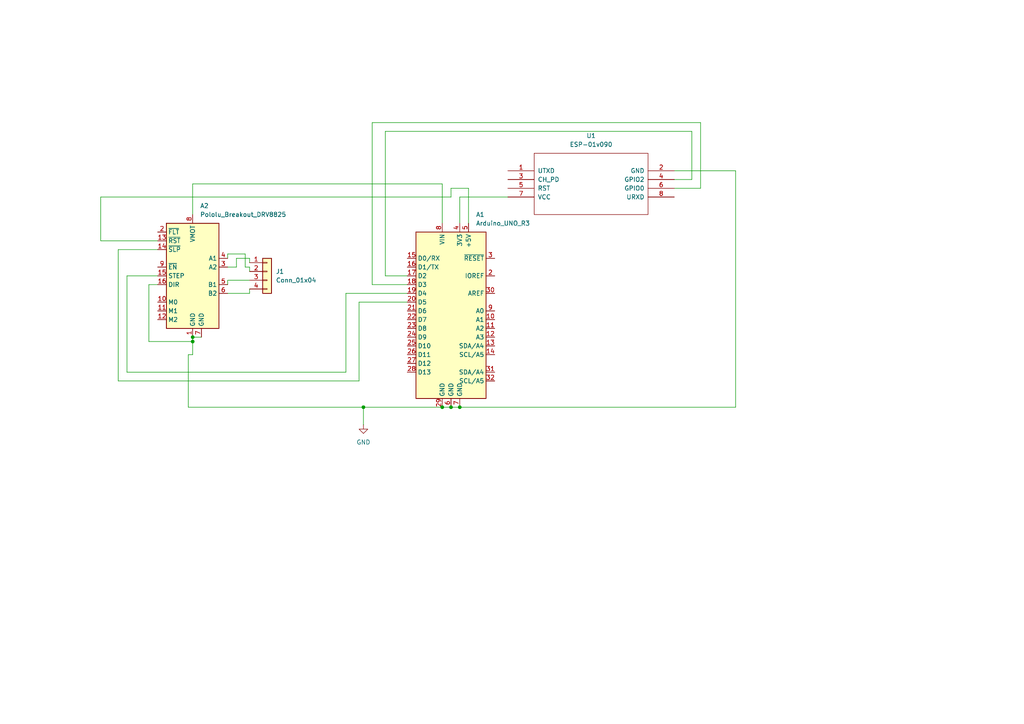
<source format=kicad_sch>
(kicad_sch (version 20250114) (generator "eeschema") (generator_version "9.0")
  (paper "A4")
  (lib_symbols
    (symbol "Connector_Generic:Conn_01x04" (pin_names (offset 1.016) (hide yes))
      (property "Reference" "J" (at 0 5.08 0))
      (property "Value" "Conn_01x04" (at 0 -7.62 0))
      (symbol "Conn_01x04_1_1"
        (rectangle (start -1.27 3.81) (end 1.27 -6.35) (stroke (width 0.254)) (fill (type background)))
        (rectangle (start -1.27 2.667) (end 0 2.413) (stroke (width 0.1524)))
        (rectangle (start -1.27 0.127) (end 0 -0.127) (stroke (width 0.1524)))
        (rectangle (start -1.27 -2.413) (end 0 -2.667) (stroke (width 0.1524)))
        (rectangle (start -1.27 -4.953) (end 0 -5.207) (stroke (width 0.1524)))
        (pin passive line (at -5.08 2.54 0) (length 3.81) (name "Pin_1") (number "1"))
        (pin passive line (at -5.08 0 0) (length 3.81) (name "Pin_2") (number "2"))
        (pin passive line (at -5.08 -2.54 0) (length 3.81) (name "Pin_3") (number "3"))
        (pin passive line (at -5.08 -5.08 0) (length 3.81) (name "Pin_4") (number "4"))
      )
    )
    (symbol "Driver_Motor:Pololu_Breakout_DRV8825"
      (property "Reference" "A" (at -2.54 16.51 0))
      (property "Value" "Pololu_Breakout_DRV8825" (at -2.54 13.97 0))
      (symbol "Pololu_Breakout_DRV8825_0_1"
        (rectangle (start 7.62 -17.78) (end -7.62 12.7) (stroke (width 0.254)) (fill (type background)))
      )
      (symbol "Pololu_Breakout_DRV8825_1_1"
        (pin output line (at -10.16 10.16 0) (length 2.54) (name "~{FLT}") (number "2"))
        (pin input line (at -10.16 7.62 0) (length 2.54) (name "~{RST}") (number "13"))
        (pin input line (at -10.16 5.08 0) (length 2.54) (name "~{SLP}") (number "14"))
        (pin input line (at -10.16 0 0) (length 2.54) (name "~{EN}") (number "9"))
        (pin input line (at -10.16 -2.54 0) (length 2.54) (name "STEP") (number "15"))
        (pin input line (at -10.16 -5.08 0) (length 2.54) (name "DIR") (number "16"))
        (pin input line (at -10.16 -10.16 0) (length 2.54) (name "M0") (number "10"))
        (pin input line (at -10.16 -12.7 0) (length 2.54) (name "M1") (number "11"))
        (pin input line (at -10.16 -15.24 0) (length 2.54) (name "M2") (number "12"))
        (pin power_in line (at 0 15.24 270) (length 2.54) (name "VMOT") (number "8"))
        (pin power_in line (at 0 -20.32 90) (length 2.54) (name "GND") (number "1"))
        (pin power_in line (at 2.54 -20.32 90) (length 2.54) (name "GND") (number "7"))
        (pin output line (at 10.16 2.54 180) (length 2.54) (name "A1") (number "4"))
        (pin output line (at 10.16 0 180) (length 2.54) (name "A2") (number "3"))
        (pin output line (at 10.16 -5.08 180) (length 2.54) (name "B1") (number "5"))
        (pin output line (at 10.16 -7.62 180) (length 2.54) (name "B2") (number "6"))
      )
    )
    (symbol "ESP8266:ESP-01v090" (pin_names (offset 1.016))
      (property "Reference" "U" (at 0 -2.54 0))
      (property "Value" "ESP-01v090" (at 0 2.54 0))
      (symbol "ESP-01v090_1_0"
        (rectangle (start -16.51 -8.89) (end 16.51 8.89))
      )
      (symbol "ESP-01v090_1_1"
        (pin output line (at -24.13 3.81 0) (length 7.62) (name "UTXD") (number "1"))
        (pin input line (at -24.13 1.27 0) (length 7.62) (name "CH_PD") (number "3"))
        (pin input line (at -24.13 -1.27 0) (length 7.62) (name "RST") (number "5"))
        (pin power_in line (at -24.13 -3.81 0) (length 7.62) (name "VCC") (number "7"))
        (pin power_in line (at 24.13 3.81 180) (length 7.62) (name "GND") (number "2"))
        (pin tri_state line (at 24.13 1.27 180) (length 7.62) (name "GPIO2") (number "4"))
        (pin tri_state line (at 24.13 -1.27 180) (length 7.62) (name "GPIO0") (number "6"))
        (pin input line (at 24.13 -3.81 180) (length 7.62) (name "URXD") (number "8"))
      )
    )
    (symbol "MCU_Module:Arduino_UNO_R3"
      (property "Reference" "A" (at -10.16 23.495 0))
      (property "Value" "Arduino_UNO_R3" (at 5.08 -26.67 0))
      (symbol "Arduino_UNO_R3_0_1"
        (rectangle (start -10.16 22.86) (end 10.16 -25.4) (stroke (width 0.254)) (fill (type background)))
      )
      (symbol "Arduino_UNO_R3_1_1"
        (pin bidirectional line (at -12.7 15.24 0) (length 2.54) (name "D0/RX") (number "15"))
        (pin bidirectional line (at -12.7 12.7 0) (length 2.54) (name "D1/TX") (number "16"))
        (pin bidirectional line (at -12.7 10.16 0) (length 2.54) (name "D2") (number "17"))
        (pin bidirectional line (at -12.7 7.62 0) (length 2.54) (name "D3") (number "18"))
        (pin bidirectional line (at -12.7 5.08 0) (length 2.54) (name "D4") (number "19"))
        (pin bidirectional line (at -12.7 2.54 0) (length 2.54) (name "D5") (number "20"))
        (pin bidirectional line (at -12.7 0 0) (length 2.54) (name "D6") (number "21"))
        (pin bidirectional line (at -12.7 -2.54 0) (length 2.54) (name "D7") (number "22"))
        (pin bidirectional line (at -12.7 -5.08 0) (length 2.54) (name "D8") (number "23"))
        (pin bidirectional line (at -12.7 -7.62 0) (length 2.54) (name "D9") (number "24"))
        (pin bidirectional line (at -12.7 -10.16 0) (length 2.54) (name "D10") (number "25"))
        (pin bidirectional line (at -12.7 -12.7 0) (length 2.54) (name "D11") (number "26"))
        (pin bidirectional line (at -12.7 -15.24 0) (length 2.54) (name "D12") (number "27"))
        (pin bidirectional line (at -12.7 -17.78 0) (length 2.54) (name "D13") (number "28"))
        (pin no_connect line (at -10.16 -20.32 0) (length 2.54) (hide yes) (name "NC") (number "1"))
        (pin power_in line (at -2.54 25.4 270) (length 2.54) (name "VIN") (number "8"))
        (pin power_in line (at -2.54 -27.94 90) (length 2.54) (name "GND") (number "29"))
        (pin power_in line (at 0 -27.94 90) (length 2.54) (name "GND") (number "6"))
        (pin power_out line (at 2.54 25.4 270) (length 2.54) (name "3V3") (number "4"))
        (pin power_in line (at 2.54 -27.94 90) (length 2.54) (name "GND") (number "7"))
        (pin power_out line (at 5.08 25.4 270) (length 2.54) (name "+5V") (number "5"))
        (pin input line (at 12.7 15.24 180) (length 2.54) (name "~{RESET}") (number "3"))
        (pin output line (at 12.7 10.16 180) (length 2.54) (name "IOREF") (number "2"))
        (pin input line (at 12.7 5.08 180) (length 2.54) (name "AREF") (number "30"))
        (pin bidirectional line (at 12.7 0 180) (length 2.54) (name "A0") (number "9"))
        (pin bidirectional line (at 12.7 -2.54 180) (length 2.54) (name "A1") (number "10"))
        (pin bidirectional line (at 12.7 -5.08 180) (length 2.54) (name "A2") (number "11"))
        (pin bidirectional line (at 12.7 -7.62 180) (length 2.54) (name "A3") (number "12"))
        (pin bidirectional line (at 12.7 -10.16 180) (length 2.54) (name "SDA/A4") (number "13"))
        (pin bidirectional line (at 12.7 -12.7 180) (length 2.54) (name "SCL/A5") (number "14"))
        (pin bidirectional line (at 12.7 -17.78 180) (length 2.54) (name "SDA/A4") (number "31"))
        (pin bidirectional line (at 12.7 -20.32 180) (length 2.54) (name "SCL/A5") (number "32"))
      )
    )
    (symbol "power:GND" (power) (pin_numbers (hide yes)) (pin_names (offset 0) (hide yes))
      (property "Value" "GND" (at 0 -3.81 0))
      (symbol "GND_0_1"
        (polyline (pts (xy 0 0) (xy 0 -1.27) (xy 1.27 -1.27) (xy 0 -2.54) (xy -1.27 -1.27) (xy 0 -1.27)))
      )
      (symbol "GND_1_1"
        (pin power_in line (at 0 0 270) (length 0) (name "~") (number "1"))
      )
    )
  )
  (junction (at 55.88 99.06))
  (junction (at 133.35 118.11))
  (junction (at 130.81 118.11))
  (junction (at 55.88 97.79))
  (junction (at 128.27 118.11))
  (junction (at 105.41 118.11))
  (wire (pts (xy 72.39 74.93) (xy 72.39 76.2)))
  (wire (pts (xy 36.83 80.01) (xy 45.72 80.01)))
  (wire (pts (xy 203.2 54.61) (xy 195.58 54.61)))
  (wire (pts (xy 203.2 35.56) (xy 203.2 54.61)))
  (wire (pts (xy 128.27 118.11) (xy 130.81 118.11)))
  (wire (pts (xy 66.04 74.93) (xy 66.04 73.66)))
  (wire (pts (xy 45.72 82.55) (xy 43.18 82.55)))
  (wire (pts (xy 68.58 77.47) (xy 68.58 74.93)))
  (wire (pts (xy 107.95 82.55) (xy 107.95 35.56)))
  (wire (pts (xy 133.35 57.15) (xy 133.35 64.77)))
  (wire (pts (xy 55.88 97.79) (xy 58.42 97.79)))
  (wire (pts (xy 100.33 85.09) (xy 100.33 107.95)))
  (wire (pts (xy 45.72 69.85) (xy 29.21 69.85)))
  (wire (pts (xy 66.04 73.66) (xy 71.12 73.66)))
  (wire (pts (xy 118.11 82.55) (xy 107.95 82.55)))
  (wire (pts (xy 111.76 38.1) (xy 200.66 38.1)))
  (wire (pts (xy 133.35 57.15) (xy 147.32 57.15)))
  (wire (pts (xy 54.61 102.87) (xy 55.88 102.87)))
  (wire (pts (xy 213.36 49.53) (xy 213.36 118.11)))
  (wire (pts (xy 195.58 49.53) (xy 213.36 49.53)))
  (wire (pts (xy 118.11 85.09) (xy 100.33 85.09)))
  (wire (pts (xy 36.83 107.95) (xy 36.83 80.01)))
  (wire (pts (xy 43.18 82.55) (xy 43.18 99.06)))
  (wire (pts (xy 29.21 57.15) (xy 130.81 57.15)))
  (wire (pts (xy 66.04 85.09) (xy 72.39 85.09)))
  (wire (pts (xy 34.29 110.49) (xy 104.14 110.49)))
  (wire (pts (xy 54.61 102.87) (xy 54.61 118.11)))
  (wire (pts (xy 130.81 118.11) (xy 133.35 118.11)))
  (wire (pts (xy 55.88 97.79) (xy 55.88 99.06)))
  (wire (pts (xy 128.27 53.34) (xy 55.88 53.34)))
  (wire (pts (xy 54.61 118.11) (xy 105.41 118.11)))
  (wire (pts (xy 45.72 72.39) (xy 34.29 72.39)))
  (wire (pts (xy 118.11 80.01) (xy 111.76 80.01)))
  (wire (pts (xy 105.41 118.11) (xy 128.27 118.11)))
  (wire (pts (xy 43.18 99.06) (xy 55.88 99.06)))
  (wire (pts (xy 130.81 54.61) (xy 135.89 54.61)))
  (wire (pts (xy 107.95 35.56) (xy 203.2 35.56)))
  (wire (pts (xy 29.21 57.15) (xy 29.21 69.85)))
  (wire (pts (xy 71.12 77.47) (xy 72.39 77.47)))
  (wire (pts (xy 55.88 53.34) (xy 55.88 62.23)))
  (wire (pts (xy 130.81 57.15) (xy 130.81 54.61)))
  (wire (pts (xy 34.29 72.39) (xy 34.29 110.49)))
  (wire (pts (xy 72.39 77.47) (xy 72.39 78.74)))
  (wire (pts (xy 72.39 83.82) (xy 72.39 85.09)))
  (wire (pts (xy 55.88 99.06) (xy 55.88 102.87)))
  (wire (pts (xy 72.39 81.28) (xy 66.04 81.28)))
  (wire (pts (xy 104.14 110.49) (xy 104.14 87.63)))
  (wire (pts (xy 105.41 118.11) (xy 105.41 123.19)))
  (wire (pts (xy 128.27 64.77) (xy 128.27 53.34)))
  (wire (pts (xy 66.04 81.28) (xy 66.04 82.55)))
  (wire (pts (xy 104.14 87.63) (xy 118.11 87.63)))
  (wire (pts (xy 71.12 73.66) (xy 71.12 77.47)))
  (wire (pts (xy 135.89 54.61) (xy 135.89 64.77)))
  (wire (pts (xy 68.58 74.93) (xy 72.39 74.93)))
  (wire (pts (xy 111.76 80.01) (xy 111.76 38.1)))
  (wire (pts (xy 195.58 52.07) (xy 200.66 52.07)))
  (wire (pts (xy 100.33 107.95) (xy 36.83 107.95)))
  (wire (pts (xy 66.04 77.47) (xy 68.58 77.47)))
  (wire (pts (xy 133.35 118.11) (xy 213.36 118.11)))
  (wire (pts (xy 200.66 38.1) (xy 200.66 52.07)))
  (symbol (lib_id "MCU_Module:Arduino_UNO_R3") (at 130.81 90.17 0) (unit 1)
    (property "Reference" "A1" (at 138.0333 62.23 0) (effects (justify left)))
    (property "Value" "Arduino_UNO_R3" (at 138.0333 64.77 0) (effects (justify left)))
    (property "Footprint" "Module:Arduino_UNO_R3" (effects (hide yes)))
    (property "Datasheet" "https://www.arduino.cc/en/Main/arduinoBoardUno" (effects (hide yes)))
    (property "Description" "Arduino UNO Microcontroller Module, release 3" (effects (hide yes)))
  )
  (symbol (lib_id "ESP8266:ESP-01v090") (at 171.45 53.34 0) (unit 1)
    (property "Reference" "U1" (at 171.45 39.37 0))
    (property "Value" "ESP-01v090" (at 171.45 41.91 0))
    (property "Footprint" "RF_Module:ESP-01" (effects (hide yes)))
    (property "Datasheet" "http://l0l.org.uk/2014/12/esp8266-modules-hardware-guide-gotta-catch-em-all/" (effects (hide yes)))
    (property "Description" "ESP8266 ESP-01 module, v090" (effects (hide yes)))
  )
  (symbol (lib_id "Driver_Motor:Pololu_Breakout_DRV8825") (at 55.88 77.47 0) (unit 1)
    (property "Reference" "A2" (at 58.0233 59.69 0) (effects (justify left)))
    (property "Value" "Pololu_Breakout_DRV8825" (at 58.0233 62.23 0) (effects (justify left)))
    (property "Footprint" "Module:Pololu_Breakout-16_15.2x20.3mm" (effects (hide yes)))
    (property "Datasheet" "https://www.pololu.com/product/2982" (effects (hide yes)))
    (property "Description" "Pololu Breakout Board, Stepper Driver DRV8825" (effects (hide yes)))
  )
  (symbol (lib_id "Connector_Generic:Conn_01x04") (at 77.47 78.74 0) (unit 1)
    (property "Reference" "J1" (at 80.01 78.7399 0) (effects (justify left)))
    (property "Value" "Conn_01x04" (at 80.01 81.2799 0) (effects (justify left)))
    (property "Footprint" "Connector_PinSocket_2.54mm:PinSocket_1x04_P2.54mm_Vertical" (effects (hide yes)))
    (property "Description" "Generic connector, single row, 01x04, script generated (kicad-library-utils/schlib/autogen/connector/)" (effects (hide yes)))
  )
  (symbol (lib_id "power:GND") (at 105.41 123.19 0) (unit 1)
    (property "Reference" "#PWR01" (effects (hide yes)))
    (property "Value" "GND" (at 105.41 128.27 0))
    (property "Description" "Power symbol creates a global label with name \"GND\" , ground" (effects (hide yes)))
  )
)
</source>
